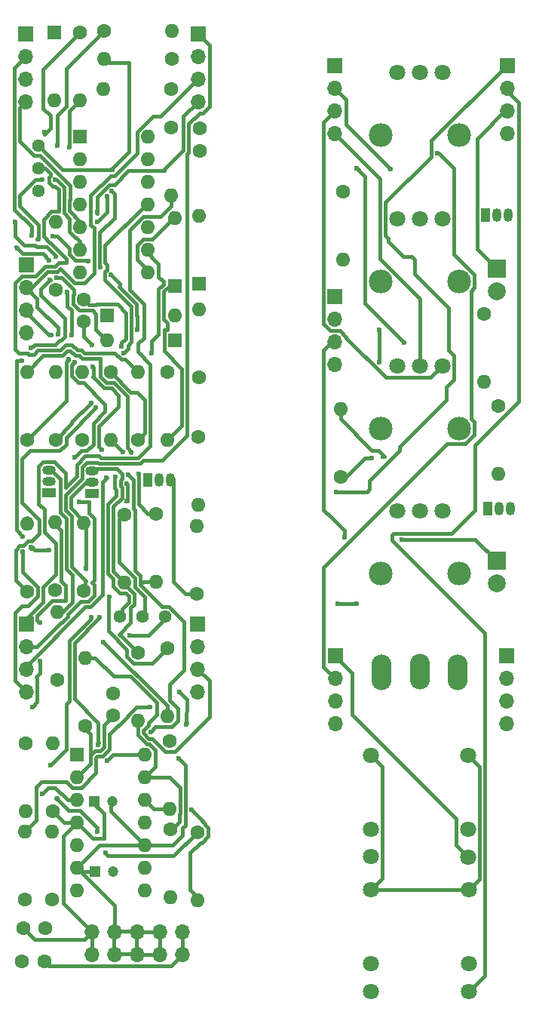
<source format=gbr>
%TF.GenerationSoftware,KiCad,Pcbnew,7.0.11-7.0.11~ubuntu22.04.1*%
%TF.CreationDate,2024-09-22T23:22:13-04:00*%
%TF.ProjectId,ad-vca,61642d76-6361-42e6-9b69-6361645f7063,rev?*%
%TF.SameCoordinates,Original*%
%TF.FileFunction,Copper,L2,Bot*%
%TF.FilePolarity,Positive*%
%FSLAX46Y46*%
G04 Gerber Fmt 4.6, Leading zero omitted, Abs format (unit mm)*
G04 Created by KiCad (PCBNEW 7.0.11-7.0.11~ubuntu22.04.1) date 2024-09-22 23:22:13*
%MOMM*%
%LPD*%
G01*
G04 APERTURE LIST*
%TA.AperFunction,ComponentPad*%
%ADD10C,1.600000*%
%TD*%
%TA.AperFunction,ComponentPad*%
%ADD11C,1.200000*%
%TD*%
%TA.AperFunction,ComponentPad*%
%ADD12R,1.200000X1.200000*%
%TD*%
%TA.AperFunction,ComponentPad*%
%ADD13C,2.667000*%
%TD*%
%TA.AperFunction,ComponentPad*%
%ADD14C,1.803400*%
%TD*%
%TA.AperFunction,ComponentPad*%
%ADD15O,1.600000X1.600000*%
%TD*%
%TA.AperFunction,ComponentPad*%
%ADD16O,1.700000X1.700000*%
%TD*%
%TA.AperFunction,ComponentPad*%
%ADD17R,1.700000X1.700000*%
%TD*%
%TA.AperFunction,ComponentPad*%
%ADD18R,1.600000X1.600000*%
%TD*%
%TA.AperFunction,ComponentPad*%
%ADD19C,1.800000*%
%TD*%
%TA.AperFunction,ComponentPad*%
%ADD20O,1.050000X1.500000*%
%TD*%
%TA.AperFunction,ComponentPad*%
%ADD21R,1.050000X1.500000*%
%TD*%
%TA.AperFunction,ComponentPad*%
%ADD22R,1.500000X1.050000*%
%TD*%
%TA.AperFunction,ComponentPad*%
%ADD23O,1.500000X1.050000*%
%TD*%
%TA.AperFunction,ComponentPad*%
%ADD24O,2.250000X4.000000*%
%TD*%
%TA.AperFunction,ComponentPad*%
%ADD25C,2.000000*%
%TD*%
%TA.AperFunction,ComponentPad*%
%ADD26R,2.000000X2.000000*%
%TD*%
%TA.AperFunction,ComponentPad*%
%ADD27C,1.440000*%
%TD*%
%TA.AperFunction,ViaPad*%
%ADD28C,0.600000*%
%TD*%
%TA.AperFunction,Conductor*%
%ADD29C,0.400000*%
%TD*%
G04 APERTURE END LIST*
D10*
%TO.P,C2,1*%
%TO.N,/Circuit Panel/Attack 2*%
X102738000Y-71268000D03*
%TO.P,C2,2*%
%TO.N,GND*%
X102738000Y-68768000D03*
%TD*%
%TO.P,C1,1*%
%TO.N,Net-(U1D--)*%
X115760000Y-49560000D03*
%TO.P,C1,2*%
%TO.N,Net-(D1-A)*%
X115760000Y-52060000D03*
%TD*%
%TO.P,C5,1*%
%TO.N,+12V*%
X95950000Y-139261472D03*
%TO.P,C5,2*%
%TO.N,GND*%
X98450000Y-139261472D03*
%TD*%
%TO.P,C4,1*%
%TO.N,-12V*%
X98350000Y-143011472D03*
%TO.P,C4,2*%
%TO.N,GND*%
X95850000Y-143011472D03*
%TD*%
D11*
%TO.P,C7,2*%
%TO.N,GND*%
X105950000Y-125090000D03*
D12*
%TO.P,C7,1*%
%TO.N,+12V*%
X103950000Y-125090000D03*
%TD*%
D11*
%TO.P,C6,2*%
%TO.N,-12V*%
X106020000Y-132981472D03*
D12*
%TO.P,C6,1*%
%TO.N,GND*%
X104020000Y-132981472D03*
%TD*%
D13*
%TO.P,POT4,5*%
%TO.N,N/C*%
X136087637Y-99486557D03*
%TO.P,POT4,4*%
X144876037Y-99486557D03*
D14*
%TO.P,POT4,3,Right*%
%TO.N,/Control Panel/lfo rate 3*%
X137941837Y-92476157D03*
%TO.P,POT4,2,Center*%
%TO.N,/Control Panel/lfo rate 2*%
X140481837Y-92476157D03*
%TO.P,POT4,1,Left*%
%TO.N,/Control Panel/Lfo rate 1*%
X143021837Y-92476157D03*
%TD*%
D10*
%TO.P,R12,1*%
%TO.N,Net-(TRIM2-Center)*%
X99770000Y-111450000D03*
D15*
%TO.P,R12,2*%
%TO.N,Net-(Q2-C)*%
X99770000Y-103830000D03*
%TD*%
D16*
%TO.P,J12,4,Pin_4*%
%TO.N,/Control Panel/Release 2*%
X130958000Y-50160000D03*
%TO.P,J12,3,Pin_3*%
%TO.N,/Control Panel/Release 1*%
X130958000Y-47620000D03*
%TO.P,J12,2,Pin_2*%
%TO.N,/Control Panel/Sustain 2*%
X130958000Y-45080000D03*
D17*
%TO.P,J12,1,Pin_1*%
%TO.N,/Control Panel/Sustain 1*%
X130958000Y-42540000D03*
%TD*%
D10*
%TO.P,R25,1*%
%TO.N,/Circuit Panel/lfo led 1 -*%
X96230000Y-118540000D03*
D15*
%TO.P,R25,2*%
%TO.N,Net-(U2B-+)*%
X96230000Y-126160000D03*
%TD*%
D18*
%TO.P,D4,1,K*%
%TO.N,Net-(D3-A)*%
X112980000Y-73370000D03*
D15*
%TO.P,D4,2,A*%
%TO.N,/Circuit Panel/Release 1*%
X105360000Y-73370000D03*
%TD*%
D19*
%TO.P,J3,3*%
%TO.N,/Control Panel/GND*%
X135000000Y-135014000D03*
%TO.P,J3,2*%
%TO.N,unconnected-(J3-Pad2)*%
X135000000Y-143314000D03*
%TO.P,J3,1*%
%TO.N,/Control Panel/Audio In*%
X135000000Y-146414000D03*
%TD*%
D18*
%TO.P,D5,1,K*%
%TO.N,/Circuit Panel/Sustain 1*%
X99410000Y-38790000D03*
D15*
%TO.P,D5,2,A*%
%TO.N,Net-(D5-A)*%
X99410000Y-46410000D03*
%TD*%
D17*
%TO.P,J10,1,Pin_1*%
%TO.N,/Circuit Panel/Sustain 1*%
X96260000Y-38950000D03*
D16*
%TO.P,J10,2,Pin_2*%
%TO.N,/Circuit Panel/Sustain 2*%
X96260000Y-41490000D03*
%TO.P,J10,3,Pin_3*%
%TO.N,/Circuit Panel/Release 1*%
X96260000Y-44030000D03*
%TO.P,J10,4,Pin_4*%
%TO.N,/Circuit Panel/Attack 2*%
X96260000Y-46570000D03*
%TD*%
D10*
%TO.P,R18,1*%
%TO.N,Net-(Q1-B)*%
X112136000Y-107884000D03*
D15*
%TO.P,R18,2*%
%TO.N,GND*%
X112136000Y-115504000D03*
%TD*%
D19*
%TO.P,J5,3*%
%TO.N,/Control Panel/GND*%
X135000000Y-119894000D03*
%TO.P,J5,2*%
%TO.N,unconnected-(J5-Pad2)*%
X135000000Y-128194000D03*
%TO.P,J5,1*%
%TO.N,/Control Panel/Cv out*%
X135000000Y-131294000D03*
%TD*%
D10*
%TO.P,R13,1*%
%TO.N,GND*%
X112390000Y-118298000D03*
D15*
%TO.P,R13,2*%
%TO.N,Net-(U2D-+)*%
X112390000Y-125918000D03*
%TD*%
D10*
%TO.P,R6,1*%
%TO.N,+12V*%
X99260000Y-126180000D03*
D15*
%TO.P,R6,2*%
%TO.N,Net-(U1C--)*%
X99260000Y-118560000D03*
%TD*%
%TO.P,R26,2*%
%TO.N,Net-(Q3-B)*%
X131846000Y-64284000D03*
D10*
%TO.P,R26,1*%
%TO.N,/Control Panel/led 1 +*%
X131846000Y-56664000D03*
%TD*%
%TO.P,R17,1*%
%TO.N,/Circuit Panel/Audio in*%
X102770000Y-101460000D03*
D15*
%TO.P,R17,2*%
%TO.N,Net-(Q1-B)*%
X102770000Y-93840000D03*
%TD*%
D10*
%TO.P,R24,1*%
%TO.N,/Circuit Panel/lfo led 1 -*%
X112660000Y-41800000D03*
D15*
%TO.P,R24,2*%
%TO.N,GND*%
X105040000Y-41800000D03*
%TD*%
D10*
%TO.P,R3,1*%
%TO.N,Net-(U1B--)*%
X96388000Y-84516000D03*
D15*
%TO.P,R3,2*%
%TO.N,Net-(U2C--)*%
X96388000Y-76896000D03*
%TD*%
D10*
%TO.P,R29,1*%
%TO.N,Net-(U1D--)*%
X112580000Y-45130000D03*
D15*
%TO.P,R29,2*%
%TO.N,/Circuit Panel/lfo switch 1*%
X104960000Y-45130000D03*
%TD*%
D10*
%TO.P,R19,1*%
%TO.N,Net-(U2A--)*%
X102910000Y-116570000D03*
D15*
%TO.P,R19,2*%
%TO.N,/Circuit Panel/lfo pot 2*%
X102910000Y-108950000D03*
%TD*%
D13*
%TO.P,POT1,5*%
%TO.N,N/C*%
X136087637Y-50312157D03*
%TO.P,POT1,4*%
X144876037Y-50312157D03*
D14*
%TO.P,POT1,3,Right*%
%TO.N,unconnected-(POT1A-Right-Pad3)*%
X137941837Y-43301757D03*
%TO.P,POT1,2,Center*%
%TO.N,/Control Panel/Attack 2*%
X140481837Y-43301757D03*
%TO.P,POT1,1,Left*%
%TO.N,/Control Panel/Attack 1*%
X143021837Y-43301757D03*
%TD*%
D20*
%TO.P,Q4,3,C*%
%TO.N,Net-(D6-A)*%
X150642000Y-92224000D03*
%TO.P,Q4,2,B*%
%TO.N,Net-(Q4-B)*%
X149372000Y-92224000D03*
D21*
%TO.P,Q4,1,E*%
%TO.N,Net-(Q4-E)*%
X148102000Y-92224000D03*
%TD*%
D10*
%TO.P,R4,1*%
%TO.N,Net-(U2C--)*%
X110900000Y-92780000D03*
D15*
%TO.P,R4,2*%
%TO.N,Net-(R33-Pad2)*%
X110900000Y-100400000D03*
%TD*%
D22*
%TO.P,Q2,1,E*%
%TO.N,Net-(Q1-E)*%
X98830000Y-90410000D03*
D23*
%TO.P,Q2,2,B*%
%TO.N,Net-(Q2-B)*%
X98830000Y-89140000D03*
%TO.P,Q2,3,C*%
%TO.N,Net-(Q2-C)*%
X98830000Y-87870000D03*
%TD*%
D15*
%TO.P,R31,2*%
%TO.N,/Control Panel/GND*%
X131592000Y-81048000D03*
D10*
%TO.P,R31,1*%
%TO.N,Net-(Q4-E)*%
X131592000Y-88668000D03*
%TD*%
D17*
%TO.P,J11,1,Pin_1*%
%TO.N,GND*%
X115575000Y-105165000D03*
D16*
%TO.P,J11,2,Pin_2*%
%TO.N,/Circuit Panel/lfo pot 1*%
X115575000Y-107705000D03*
%TO.P,J11,3,Pin_3*%
%TO.N,/Circuit Panel/lfo pot 2*%
X115575000Y-110245000D03*
%TO.P,J11,4,Pin_4*%
%TO.N,GND*%
X115575000Y-112785000D03*
%TD*%
D10*
%TO.P,R14,1*%
%TO.N,Net-(Q5-C)*%
X115490000Y-101821472D03*
D15*
%TO.P,R14,2*%
%TO.N,Net-(Q1-E)*%
X115490000Y-94201472D03*
%TD*%
D16*
%TO.P,J14,4,Pin_4*%
%TO.N,/Control Panel/led 2 +*%
X130988000Y-76070000D03*
%TO.P,J14,3,Pin_3*%
%TO.N,/Control Panel/led 2 -*%
X130988000Y-73530000D03*
%TO.P,J14,2,Pin_2*%
%TO.N,/Control Panel/lfo switch 2*%
X130988000Y-70990000D03*
D17*
%TO.P,J14,1,Pin_1*%
%TO.N,/Control Panel/lfo switch 1*%
X130988000Y-68450000D03*
%TD*%
D15*
%TO.P,R27,2*%
%TO.N,/Control Panel/GND*%
X147680000Y-78010000D03*
D10*
%TO.P,R27,1*%
%TO.N,Net-(Q3-E)*%
X147680000Y-70390000D03*
%TD*%
D15*
%TO.P,R30,2*%
%TO.N,Net-(Q4-B)*%
X149360000Y-88310000D03*
D10*
%TO.P,R30,1*%
%TO.N,/Control Panel/led 2 +*%
X149360000Y-80690000D03*
%TD*%
%TO.P,R22,1*%
%TO.N,Net-(U2B-+)*%
X99182000Y-136078000D03*
D15*
%TO.P,R22,2*%
%TO.N,Net-(C3-Pad1)*%
X99182000Y-128458000D03*
%TD*%
D10*
%TO.P,R8,1*%
%TO.N,/Circuit Panel/Sustain 2*%
X112136000Y-76896000D03*
D15*
%TO.P,R8,2*%
%TO.N,Net-(D2-K)*%
X112136000Y-84516000D03*
%TD*%
D16*
%TO.P,J8,4,Pin_4*%
%TO.N,/Control Panel/Cv out*%
X130998000Y-116370000D03*
%TO.P,J8,3,Pin_3*%
%TO.N,/Control Panel/Attack 2*%
X130998000Y-113830000D03*
%TO.P,J8,2,Pin_2*%
%TO.N,/Control Panel/Attack 1*%
X130998000Y-111290000D03*
D17*
%TO.P,J8,1,Pin_1*%
%TO.N,/Control Panel/Gate In*%
X130998000Y-108750000D03*
%TD*%
D19*
%TO.P,J6,3*%
%TO.N,/Control Panel/GND*%
X145900000Y-119910000D03*
%TO.P,J6,2*%
%TO.N,unconnected-(J6-Pad2)*%
X145900000Y-128210000D03*
%TO.P,J6,1*%
%TO.N,/Control Panel/Gate In*%
X145900000Y-131310000D03*
%TD*%
D18*
%TO.P,U2,1*%
%TO.N,Net-(C3-Pad1)*%
X101976000Y-119822000D03*
D15*
%TO.P,U2,2,-*%
%TO.N,Net-(U2A--)*%
X101976000Y-122362000D03*
%TO.P,U2,3,+*%
%TO.N,Net-(U2A-+)*%
X101976000Y-124902000D03*
%TO.P,U2,4,V+*%
%TO.N,+12V*%
X101976000Y-127442000D03*
%TO.P,U2,5,+*%
%TO.N,Net-(U2B-+)*%
X101976000Y-129982000D03*
%TO.P,U2,6,-*%
%TO.N,GND*%
X101976000Y-132522000D03*
%TO.P,U2,7*%
%TO.N,Net-(R23-Pad2)*%
X101976000Y-135062000D03*
%TO.P,U2,8*%
%TO.N,Net-(R33-Pad2)*%
X109596000Y-135062000D03*
%TO.P,U2,9,-*%
%TO.N,Net-(U2C--)*%
X109596000Y-132522000D03*
%TO.P,U2,10,+*%
%TO.N,GND*%
X109596000Y-129982000D03*
%TO.P,U2,11,V-*%
%TO.N,-12V*%
X109596000Y-127442000D03*
%TO.P,U2,12,+*%
%TO.N,Net-(U2D-+)*%
X109596000Y-124902000D03*
%TO.P,U2,13,-*%
%TO.N,Net-(U2D--)*%
X109596000Y-122362000D03*
%TO.P,U2,14*%
%TO.N,/Circuit Panel/adsr led 2 -*%
X109596000Y-119822000D03*
%TD*%
D18*
%TO.P,D3,1,K*%
%TO.N,/Circuit Panel/Attack 1*%
X105340000Y-70510000D03*
D15*
%TO.P,D3,2,A*%
%TO.N,Net-(D3-A)*%
X112960000Y-70510000D03*
%TD*%
D10*
%TO.P,R21,1*%
%TO.N,GND*%
X99520000Y-101370000D03*
D15*
%TO.P,R21,2*%
%TO.N,Net-(U2A-+)*%
X99520000Y-93750000D03*
%TD*%
D17*
%TO.P,J2,1,Pin_1*%
%TO.N,/Circuit Panel/Gate In*%
X96290000Y-105170000D03*
D16*
%TO.P,J2,2,Pin_2*%
%TO.N,/Circuit Panel/Attack 1*%
X96290000Y-107710000D03*
%TO.P,J2,3,Pin_3*%
%TO.N,/Circuit Panel/Attack 2*%
X96290000Y-110250000D03*
%TO.P,J2,4,Pin_4*%
%TO.N,/Circuit Panel/CV out*%
X96290000Y-112790000D03*
%TD*%
D18*
%TO.P,U1,1*%
%TO.N,Net-(D3-A)*%
X102350000Y-50460000D03*
D15*
%TO.P,U1,2,-*%
X102350000Y-53000000D03*
%TO.P,U1,3,+*%
%TO.N,Net-(D2-K)*%
X102350000Y-55540000D03*
%TO.P,U1,4,V+*%
%TO.N,+12V*%
X102350000Y-58080000D03*
%TO.P,U1,5,+*%
%TO.N,/Circuit Panel/Attack 2*%
X102350000Y-60620000D03*
%TO.P,U1,6,-*%
%TO.N,Net-(U1B--)*%
X102350000Y-63160000D03*
%TO.P,U1,7*%
X102350000Y-65700000D03*
%TO.P,U1,8*%
%TO.N,Net-(D2-A)*%
X109970000Y-65700000D03*
%TO.P,U1,9,-*%
%TO.N,Net-(U1C--)*%
X109970000Y-63160000D03*
%TO.P,U1,10,+*%
%TO.N,Net-(D1-K)*%
X109970000Y-60620000D03*
%TO.P,U1,11,V-*%
%TO.N,-12V*%
X109970000Y-58080000D03*
%TO.P,U1,12,+*%
%TO.N,GND*%
X109970000Y-55540000D03*
%TO.P,U1,13,-*%
%TO.N,Net-(U1D--)*%
X109970000Y-53000000D03*
%TO.P,U1,14*%
%TO.N,Net-(D5-A)*%
X109970000Y-50460000D03*
%TD*%
D10*
%TO.P,R15,1*%
%TO.N,/Circuit Panel/adsr led 2 -*%
X105010000Y-38650000D03*
D15*
%TO.P,R15,2*%
%TO.N,/Circuit Panel/Audio out*%
X112630000Y-38650000D03*
%TD*%
D24*
%TO.P,SW1,3,C*%
%TO.N,unconnected-(SW1-C-Pad3)*%
X144732000Y-110602000D03*
%TO.P,SW1,2,B*%
%TO.N,/Control Panel/lfo switch 2*%
X140482000Y-110512000D03*
%TO.P,SW1,1,A*%
%TO.N,/Control Panel/lfo switch 1*%
X136232000Y-110602000D03*
%TD*%
D10*
%TO.P,R32,1*%
%TO.N,-12V*%
X99580000Y-84500000D03*
D15*
%TO.P,R32,2*%
%TO.N,Net-(Q5-C)*%
X99580000Y-76880000D03*
%TD*%
D18*
%TO.P,D2,1,K*%
%TO.N,Net-(D2-K)*%
X113030000Y-67240000D03*
D15*
%TO.P,D2,2,A*%
%TO.N,Net-(D2-A)*%
X113030000Y-59620000D03*
%TD*%
D25*
%TO.P,D7,2,A*%
%TO.N,Net-(D7-A)*%
X149118000Y-67840000D03*
D26*
%TO.P,D7,1,K*%
%TO.N,/Control Panel/led 1 -*%
X149118000Y-65300000D03*
%TD*%
D22*
%TO.P,Q1,1,E*%
%TO.N,Net-(Q1-E)*%
X103700000Y-90500000D03*
D23*
%TO.P,Q1,2,B*%
%TO.N,Net-(Q1-B)*%
X103700000Y-89230000D03*
%TO.P,Q1,3,C*%
%TO.N,Net-(Q1-C)*%
X103700000Y-87960000D03*
%TD*%
D10*
%TO.P,R5,1*%
%TO.N,/Circuit Panel/CV out*%
X102370000Y-38760000D03*
D15*
%TO.P,R5,2*%
%TO.N,Net-(U1B--)*%
X102370000Y-46380000D03*
%TD*%
D16*
%TO.P,J9,4,Pin_4*%
%TO.N,/Control Panel/led 1 +*%
X150298000Y-50180000D03*
%TO.P,J9,3,Pin_3*%
%TO.N,/Control Panel/led 1 -*%
X150298000Y-47640000D03*
%TO.P,J9,2,Pin_2*%
%TO.N,/Control Panel/Audio Out*%
X150298000Y-45100000D03*
D17*
%TO.P,J9,1,Pin_1*%
%TO.N,/Control Panel/Audio In*%
X150298000Y-42560000D03*
%TD*%
%TO.P,J13,1,Pin_1*%
%TO.N,/Control Panel/GND*%
X150273000Y-108755000D03*
D16*
%TO.P,J13,2,Pin_2*%
%TO.N,/Control Panel/Lfo rate 1*%
X150273000Y-111295000D03*
%TO.P,J13,3,Pin_3*%
%TO.N,/Control Panel/lfo rate 2*%
X150273000Y-113835000D03*
%TO.P,J13,4,Pin_4*%
%TO.N,/Control Panel/lfo rate 3*%
X150273000Y-116375000D03*
%TD*%
D10*
%TO.P,R35,1*%
%TO.N,Net-(Q2-B)*%
X102620000Y-84520000D03*
D15*
%TO.P,R35,2*%
%TO.N,GND*%
X102620000Y-76900000D03*
%TD*%
D10*
%TO.P,R16,1*%
%TO.N,Net-(U2D--)*%
X112480000Y-128190000D03*
D15*
%TO.P,R16,2*%
%TO.N,/Circuit Panel/adsr led 2 -*%
X112480000Y-135810000D03*
%TD*%
D10*
%TO.P,R2,1*%
%TO.N,GND*%
X115670000Y-77480000D03*
D15*
%TO.P,R2,2*%
%TO.N,Net-(D1-K)*%
X115670000Y-69860000D03*
%TD*%
D10*
%TO.P,R9,1*%
%TO.N,Net-(TRIM2-Center)*%
X107290000Y-92860000D03*
D15*
%TO.P,R9,2*%
%TO.N,Net-(Q1-C)*%
X107290000Y-100480000D03*
%TD*%
D19*
%TO.P,J4,3*%
%TO.N,/Control Panel/GND*%
X146000000Y-135014000D03*
%TO.P,J4,2*%
%TO.N,unconnected-(J4-Pad2)*%
X146000000Y-143314000D03*
%TO.P,J4,1*%
%TO.N,/Control Panel/Audio Out*%
X146000000Y-146414000D03*
%TD*%
D20*
%TO.P,Q3,3,C*%
%TO.N,Net-(D7-A)*%
X150388000Y-59310000D03*
%TO.P,Q3,2,B*%
%TO.N,Net-(Q3-B)*%
X149118000Y-59310000D03*
D21*
%TO.P,Q3,1,E*%
%TO.N,Net-(Q3-E)*%
X147848000Y-59310000D03*
%TD*%
D17*
%TO.P,J15,1,Pin_1*%
%TO.N,/Circuit Panel/lfo switch 1*%
X96290000Y-64860000D03*
D16*
%TO.P,J15,2,Pin_2*%
%TO.N,/Circuit Panel/lfo led 1 -*%
X96290000Y-67400000D03*
%TO.P,J15,3,Pin_3*%
%TO.N,/Circuit Panel/adsr led 2 -*%
X96290000Y-69940000D03*
%TO.P,J15,4,Pin_4*%
%TO.N,+12V*%
X96290000Y-72480000D03*
%TD*%
D10*
%TO.P,R23,1*%
%TO.N,/Circuit Panel/lfo led 1 -*%
X115650000Y-84220000D03*
D15*
%TO.P,R23,2*%
%TO.N,Net-(R23-Pad2)*%
X115650000Y-91840000D03*
%TD*%
D10*
%TO.P,R11,1*%
%TO.N,Net-(Q1-C)*%
X108834000Y-108392000D03*
D15*
%TO.P,R11,2*%
%TO.N,Net-(U2D--)*%
X108834000Y-116012000D03*
%TD*%
D10*
%TO.P,R1,1*%
%TO.N,GND*%
X99640000Y-67710000D03*
D15*
%TO.P,R1,2*%
%TO.N,Net-(D1-A)*%
X99640000Y-60090000D03*
%TD*%
D10*
%TO.P,R7,1*%
%TO.N,Net-(U1C--)*%
X96388000Y-101534000D03*
D15*
%TO.P,R7,2*%
%TO.N,GND*%
X96388000Y-93914000D03*
%TD*%
D13*
%TO.P,POT2,5*%
%TO.N,N/C*%
X136087637Y-66720557D03*
%TO.P,POT2,4*%
X144876037Y-66720557D03*
D14*
%TO.P,POT2,3,Right*%
%TO.N,unconnected-(POT2A-Right-Pad3)*%
X137941837Y-59710157D03*
%TO.P,POT2,2,Center*%
%TO.N,/Control Panel/Sustain 2*%
X140481837Y-59710157D03*
%TO.P,POT2,1,Left*%
%TO.N,/Control Panel/Sustain 1*%
X143021837Y-59710157D03*
%TD*%
D15*
%TO.P,R20,2*%
%TO.N,/Circuit Panel/lfo pot 1*%
X96134000Y-128458000D03*
D10*
%TO.P,R20,1*%
%TO.N,Net-(U2B-+)*%
X96134000Y-136078000D03*
%TD*%
D13*
%TO.P,POT3,5*%
%TO.N,N/C*%
X136087637Y-83230557D03*
%TO.P,POT3,4*%
X144876037Y-83230557D03*
D14*
%TO.P,POT3,3,Right*%
%TO.N,unconnected-(POT3A-Right-Pad3)*%
X137941837Y-76220157D03*
%TO.P,POT3,2,Center*%
%TO.N,/Control Panel/Release 2*%
X140481837Y-76220157D03*
%TO.P,POT3,1,Left*%
%TO.N,/Control Panel/Release 1*%
X143021837Y-76220157D03*
%TD*%
D10*
%TO.P,C3,1*%
%TO.N,Net-(C3-Pad1)*%
X106040000Y-112964000D03*
%TO.P,C3,2*%
%TO.N,Net-(U2A--)*%
X106040000Y-115464000D03*
%TD*%
D18*
%TO.P,D1,1,K*%
%TO.N,Net-(D1-K)*%
X115670000Y-67030000D03*
D15*
%TO.P,D1,2,A*%
%TO.N,Net-(D1-A)*%
X115670000Y-59410000D03*
%TD*%
D10*
%TO.P,R34,1*%
%TO.N,Net-(Q5-B)*%
X108834000Y-84516000D03*
D15*
%TO.P,R34,2*%
%TO.N,Net-(TRIM1-Center)*%
X108834000Y-76896000D03*
%TD*%
D21*
%TO.P,Q5,1,E*%
%TO.N,GND*%
X109940000Y-88980000D03*
D20*
%TO.P,Q5,2,B*%
%TO.N,Net-(Q5-B)*%
X111210000Y-88980000D03*
%TO.P,Q5,3,C*%
%TO.N,Net-(Q5-C)*%
X112480000Y-88980000D03*
%TD*%
D10*
%TO.P,R28,1*%
%TO.N,Net-(U1D--)*%
X112600000Y-49480000D03*
D15*
%TO.P,R28,2*%
%TO.N,/Circuit Panel/Gate In*%
X112600000Y-57100000D03*
%TD*%
D10*
%TO.P,R33,1*%
%TO.N,Net-(Q5-B)*%
X105786000Y-76896000D03*
D15*
%TO.P,R33,2*%
%TO.N,Net-(R33-Pad2)*%
X105786000Y-84516000D03*
%TD*%
D25*
%TO.P,D6,2,A*%
%TO.N,Net-(D6-A)*%
X149118000Y-100606000D03*
D26*
%TO.P,D6,1,K*%
%TO.N,/Control Panel/led 2 -*%
X149118000Y-98066000D03*
%TD*%
D10*
%TO.P,R10,1*%
%TO.N,Net-(Q2-C)*%
X115530000Y-128510000D03*
D15*
%TO.P,R10,2*%
%TO.N,Net-(U2D-+)*%
X115530000Y-136130000D03*
%TD*%
D17*
%TO.P,J7,1,Pin_1*%
%TO.N,/Circuit Panel/Audio in*%
X115600000Y-38970000D03*
D16*
%TO.P,J7,2,Pin_2*%
%TO.N,/Circuit Panel/Audio out*%
X115600000Y-41510000D03*
%TO.P,J7,3,Pin_3*%
%TO.N,/Circuit Panel/lfo led 1 -*%
X115600000Y-44050000D03*
%TO.P,J7,4,Pin_4*%
%TO.N,+12V*%
X115600000Y-46590000D03*
%TD*%
%TO.P,J1,1,+12V*%
%TO.N,+12V*%
X103660000Y-139701472D03*
%TO.P,J1,2,+12V*%
X103660000Y-142241472D03*
%TO.P,J1,3,GND*%
%TO.N,GND*%
X106200000Y-139701472D03*
%TO.P,J1,4,GND*%
X106200000Y-142241472D03*
%TO.P,J1,5,GND*%
X108740000Y-139701472D03*
%TO.P,J1,6,GND*%
X108740000Y-142241472D03*
%TO.P,J1,7,GND*%
X111280000Y-139701472D03*
%TO.P,J1,8,GND*%
X111280000Y-142241472D03*
%TO.P,J1,9,-12V*%
%TO.N,-12V*%
X113820000Y-139701472D03*
%TO.P,J1,10,-12V*%
X113820000Y-142241472D03*
%TD*%
D27*
%TO.P,TRIM2,1,Left*%
%TO.N,+12V*%
X111870000Y-104340000D03*
%TO.P,TRIM2,2,Center*%
%TO.N,Net-(TRIM2-Center)*%
X109330000Y-104340000D03*
%TO.P,TRIM2,3,Right*%
%TO.N,-12V*%
X106790000Y-104340000D03*
%TD*%
%TO.P,TRIM1,1,Left*%
%TO.N,+12V*%
X97658000Y-56576000D03*
%TO.P,TRIM1,2,Center*%
%TO.N,Net-(TRIM1-Center)*%
X97658000Y-54036000D03*
%TO.P,TRIM1,3,Right*%
%TO.N,GND*%
X97658000Y-51496000D03*
%TD*%
D28*
%TO.N,Net-(D1-A)*%
X105400000Y-57210000D03*
X104250000Y-60070000D03*
%TO.N,/Circuit Panel/Attack 1*%
X101754040Y-75830765D03*
X101700000Y-86490000D03*
X102230000Y-91470000D03*
%TO.N,/Circuit Panel/Release 1*%
X95080000Y-60070000D03*
X99734092Y-66330000D03*
X99630207Y-63975743D03*
%TO.N,Net-(Q1-E)*%
X107605517Y-89454759D03*
X107620000Y-91418858D03*
%TO.N,Net-(Q1-B)*%
X103040000Y-98950000D03*
X105620000Y-102150523D03*
%TO.N,GND*%
X104640000Y-65160000D03*
X105920000Y-56590000D03*
X105960000Y-54180000D03*
X96800000Y-96540000D03*
X107020000Y-73990000D03*
X113420000Y-120230000D03*
X104970000Y-107170000D03*
X98890000Y-96840000D03*
%TO.N,Net-(Q2-C)*%
X99770000Y-124740000D03*
X105170000Y-130840000D03*
X104300000Y-128441472D03*
%TO.N,/Control Panel/led 2 -*%
X138450000Y-95680000D03*
X132046000Y-95450000D03*
%TO.N,Net-(U1B--)*%
X99550025Y-55329975D03*
X101150000Y-51710000D03*
X101040000Y-75470000D03*
X100925025Y-67924975D03*
X101420000Y-72790000D03*
%TO.N,/Circuit Panel/CV out*%
X95810000Y-75650000D03*
X95882874Y-97080000D03*
X98370000Y-49960000D03*
X98860000Y-64330000D03*
X98960000Y-66530000D03*
X95262000Y-63012000D03*
X95930000Y-95330000D03*
X96854737Y-74225312D03*
%TO.N,Net-(U1C--)*%
X110391176Y-74759655D03*
X104129975Y-80910025D03*
%TO.N,+12V*%
X98990000Y-121050000D03*
X104250000Y-58968137D03*
X103570851Y-104420850D03*
X107891950Y-106460000D03*
%TO.N,/Circuit Panel/Sustain 2*%
X103220000Y-64420000D03*
X99270000Y-61680000D03*
X108790000Y-72120000D03*
X105830000Y-66011182D03*
X96910000Y-61550000D03*
%TO.N,Net-(U2D-+)*%
X114890000Y-126047395D03*
%TO.N,Net-(U2C--)*%
X108914998Y-88320000D03*
X108124975Y-85865025D03*
%TO.N,/Circuit Panel/lfo pot 1*%
X110230000Y-114450000D03*
%TO.N,Net-(U2A-+)*%
X97800000Y-105020000D03*
X96960000Y-114510000D03*
X98130000Y-124190000D03*
X97850000Y-109350000D03*
%TO.N,Net-(R23-Pad2)*%
X114300000Y-116460000D03*
X113500000Y-112830000D03*
%TO.N,/Circuit Panel/Attack 2*%
X103690000Y-73880000D03*
X104790000Y-85640000D03*
X103773438Y-76300345D03*
X105300000Y-88790000D03*
%TO.N,-12V*%
X103564288Y-80344338D03*
X106307368Y-88659265D03*
X107251711Y-74755711D03*
%TO.N,Net-(R33-Pad2)*%
X110285743Y-117247265D03*
X107130000Y-85860000D03*
X107780000Y-88454579D03*
%TO.N,/Control Panel/Audio In*%
X131092000Y-90330000D03*
%TO.N,/Control Panel/Attack 1*%
X142500000Y-52310000D03*
%TO.N,/Control Panel/Attack 2*%
X138740000Y-73580000D03*
X133360000Y-54060000D03*
%TO.N,/Control Panel/Sustain 2*%
X137180000Y-54160000D03*
%TO.N,/Circuit Panel/lfo led 1 -*%
X99904904Y-72669824D03*
%TO.N,Net-(Q4-E)*%
X135086359Y-86533412D03*
%TO.N,/Circuit Panel/adsr led 2 -*%
X104320000Y-118720000D03*
X105399143Y-120469286D03*
X97654480Y-62017858D03*
X99110000Y-72760000D03*
X98110000Y-55320000D03*
X99810000Y-51510000D03*
X104560801Y-104420850D03*
%TO.N,/Control Panel/GND*%
X136380000Y-86350000D03*
%TO.N,/Control Panel/lfo switch 1*%
X131300000Y-102880000D03*
X133410000Y-102880000D03*
%TO.N,/Control Panel/lfo switch 2*%
X135920000Y-72130000D03*
X135940137Y-75801642D03*
%TD*%
D29*
%TO.N,GND*%
X97290000Y-96840000D02*
X96990000Y-96540000D01*
X96990000Y-96540000D02*
X96800000Y-96540000D01*
X98890000Y-96840000D02*
X97290000Y-96840000D01*
%TO.N,Net-(U2A-+)*%
X98130000Y-124190000D02*
X98800000Y-123520000D01*
X100932000Y-124902000D02*
X101976000Y-124902000D01*
X98800000Y-123520000D02*
X99550000Y-123520000D01*
X99550000Y-123520000D02*
X100932000Y-124902000D01*
%TO.N,/Control Panel/Attack 1*%
X142600000Y-52310000D02*
X144340000Y-54050000D01*
%TO.N,/Circuit Panel/Sustain 2*%
X96870000Y-60560000D02*
X94980000Y-58670000D01*
X94980000Y-58670000D02*
X94980000Y-42770000D01*
X94980000Y-42770000D02*
X96260000Y-41490000D01*
%TO.N,Net-(R33-Pad2)*%
X110900000Y-100400000D02*
X109458415Y-100400000D01*
X109458415Y-100400000D02*
X109090000Y-100768415D01*
%TO.N,/Circuit Panel/lfo pot 2*%
X110416943Y-118022000D02*
X111892943Y-119498000D01*
X107991472Y-111040000D02*
X110930000Y-113978528D01*
X116900000Y-115560000D02*
X116900000Y-111570000D01*
X109434000Y-117385472D02*
X110070528Y-118022000D01*
X110034000Y-116509057D02*
X109434000Y-117109057D01*
X110034000Y-116246000D02*
X110034000Y-116509057D01*
X110930000Y-113978528D02*
X110930000Y-115350000D01*
X110070528Y-118022000D02*
X110416943Y-118022000D01*
X110930000Y-115350000D02*
X110034000Y-116246000D01*
X106131370Y-111040000D02*
X107991472Y-111040000D01*
X111892943Y-119498000D02*
X112962000Y-119498000D01*
X104041370Y-108950000D02*
X106131370Y-111040000D01*
X109434000Y-117109057D02*
X109434000Y-117385472D01*
X112962000Y-119498000D02*
X116900000Y-115560000D01*
X102910000Y-108950000D02*
X104041370Y-108950000D01*
X116900000Y-111570000D02*
X115575000Y-110245000D01*
%TO.N,Net-(Q5-C)*%
X112840000Y-100471472D02*
X112840000Y-88950000D01*
X115490000Y-101821472D02*
X114190000Y-101821472D01*
X114190000Y-101821472D02*
X112840000Y-100471472D01*
%TO.N,/Control Panel/led 2 -*%
X132046000Y-95450000D02*
X132046000Y-94696000D01*
X129678000Y-74462000D02*
X130800000Y-73340000D01*
X132046000Y-94696000D02*
X130185000Y-92835000D01*
X130185000Y-92835000D02*
X130113000Y-92835000D01*
X130113000Y-92835000D02*
X129678000Y-92400000D01*
X129678000Y-92400000D02*
X129678000Y-74462000D01*
%TO.N,/Control Panel/GND*%
X145900000Y-119910000D02*
X147200000Y-121210000D01*
X147200000Y-133814000D02*
X146000000Y-135014000D01*
X147200000Y-121210000D02*
X147200000Y-133814000D01*
X135000000Y-135014000D02*
X136300000Y-133714000D01*
X136300000Y-133714000D02*
X136300000Y-121194000D01*
X136300000Y-121194000D02*
X135000000Y-119894000D01*
X146000000Y-135014000D02*
X135000000Y-135014000D01*
%TO.N,+12V*%
X95950000Y-139261472D02*
X97240000Y-140551472D01*
X97240000Y-140551472D02*
X102810000Y-140551472D01*
X102810000Y-140551472D02*
X103660000Y-139701472D01*
%TO.N,-12V*%
X113820000Y-142241472D02*
X113820000Y-139701472D01*
X98350000Y-143011472D02*
X98830000Y-143491472D01*
X112570000Y-143491472D02*
X113820000Y-142241472D01*
X98830000Y-143491472D02*
X112570000Y-143491472D01*
%TO.N,GND*%
X104020000Y-132981472D02*
X102435472Y-132981472D01*
X102435472Y-132981472D02*
X101976000Y-132522000D01*
%TO.N,+12V*%
X103807401Y-125251472D02*
X105000000Y-126444071D01*
X105000000Y-126444071D02*
X105000000Y-129202000D01*
X105000000Y-129202000D02*
X103736000Y-129202000D01*
X103736000Y-129202000D02*
X101976000Y-127442000D01*
%TO.N,GND*%
X105807401Y-125251472D02*
X105807401Y-126193401D01*
X105807401Y-126193401D02*
X109596000Y-129982000D01*
%TO.N,Net-(Q2-C)*%
X104300000Y-128441472D02*
X104300000Y-128068943D01*
X104300000Y-128068943D02*
X102341057Y-126110000D01*
X102341057Y-126110000D02*
X101030000Y-126110000D01*
X101030000Y-126110000D02*
X99770000Y-124850000D01*
X99770000Y-124850000D02*
X99770000Y-124740000D01*
%TO.N,+12V*%
X103660000Y-139701472D02*
X103660000Y-142241472D01*
X101976000Y-127442000D02*
X100440000Y-128978000D01*
X100440000Y-128978000D02*
X100440000Y-136481472D01*
X100440000Y-136481472D02*
X103660000Y-139701472D01*
%TO.N,GND*%
X111280000Y-142241472D02*
X108740000Y-142241472D01*
X111280000Y-142241472D02*
X111280000Y-139701472D01*
X111280000Y-139701472D02*
X108740000Y-139701472D01*
X106200000Y-139701472D02*
X106200000Y-136746000D01*
X106200000Y-136746000D02*
X101976000Y-132522000D01*
%TO.N,Net-(D1-A)*%
X105400000Y-58920000D02*
X105400000Y-57210000D01*
X104250000Y-60070000D02*
X105400000Y-58920000D01*
%TO.N,Net-(D2-K)*%
X111780000Y-72170000D02*
X112180000Y-72170000D01*
X111760000Y-67874000D02*
X112390000Y-67244000D01*
X113752000Y-82900000D02*
X113752000Y-76542000D01*
X112180000Y-71427057D02*
X111760000Y-71007057D01*
X111760000Y-71007057D02*
X111760000Y-67874000D01*
X111780000Y-74570000D02*
X111780000Y-72170000D01*
X112136000Y-84516000D02*
X113752000Y-82900000D01*
X113752000Y-76542000D02*
X111780000Y-74570000D01*
X112180000Y-72170000D02*
X112180000Y-71427057D01*
%TO.N,Net-(D2-A)*%
X109472943Y-61960000D02*
X110467057Y-61960000D01*
X109596000Y-65124000D02*
X108770000Y-64298000D01*
X112390000Y-60037057D02*
X112390000Y-59624000D01*
X108770000Y-64298000D02*
X108770000Y-62662943D01*
X110467057Y-61960000D02*
X112390000Y-60037057D01*
X108770000Y-62662943D02*
X109472943Y-61960000D01*
X109596000Y-65720000D02*
X109596000Y-65124000D01*
%TO.N,/Circuit Panel/Attack 1*%
X103370000Y-91425000D02*
X102230000Y-91470000D01*
X101380000Y-76120000D02*
X101380000Y-77357057D01*
X103970000Y-100229999D02*
X103970000Y-93342943D01*
X105130000Y-80510000D02*
X105130000Y-81330000D01*
X103820000Y-85017057D02*
X103117057Y-85720000D01*
X101730000Y-75770000D02*
X101520000Y-75980000D01*
X103970000Y-93342943D02*
X103370000Y-92742943D01*
X100970000Y-104118528D02*
X102428528Y-102660000D01*
X103117057Y-85720000D02*
X102470000Y-85720000D01*
X101730000Y-75806725D02*
X101730000Y-75770000D01*
X102720000Y-78100000D02*
X105130000Y-80510000D01*
X103370000Y-92742943D02*
X103370000Y-91425000D01*
X103820000Y-82640000D02*
X103820000Y-85017057D01*
X96290000Y-107710000D02*
X97530000Y-107710000D01*
X100970000Y-104327057D02*
X100970000Y-104118528D01*
X103715207Y-100484792D02*
X103970000Y-100229999D01*
X105130000Y-81330000D02*
X103820000Y-82640000D01*
X102195000Y-91425000D02*
X102180000Y-91440000D01*
X102428528Y-102660000D02*
X103267057Y-102660000D01*
X103970000Y-100739585D02*
X103715207Y-100484792D01*
X97530000Y-107710000D02*
X100210000Y-105030000D01*
X100267057Y-105030000D02*
X100970000Y-104327057D01*
X103970000Y-101957057D02*
X103970000Y-100739585D01*
X102470000Y-85720000D02*
X101700000Y-86490000D01*
X101730000Y-75770000D02*
X101380000Y-76120000D01*
X101380000Y-77357057D02*
X102122943Y-78100000D01*
X100210000Y-105030000D02*
X100267057Y-105030000D01*
X103267057Y-102660000D02*
X103970000Y-101957057D01*
X102230000Y-91470000D02*
X102195000Y-91425000D01*
X102122943Y-78100000D02*
X102720000Y-78100000D01*
X101754040Y-75830765D02*
X101730000Y-75806725D01*
%TO.N,Net-(D3-A)*%
X112980000Y-70718000D02*
X113152000Y-70546000D01*
X112960000Y-73350000D02*
X112980000Y-73370000D01*
%TO.N,/Circuit Panel/Release 1*%
X98581522Y-62830000D02*
X97476672Y-62830000D01*
X99630207Y-63834320D02*
X98775887Y-62980000D01*
X104140000Y-70380000D02*
X104140000Y-72150000D01*
X103740000Y-69980000D02*
X104140000Y-70380000D01*
X100320000Y-66330000D02*
X101630000Y-67640000D01*
X99734092Y-66330000D02*
X100320000Y-66330000D01*
X104140000Y-72150000D02*
X105360000Y-73370000D01*
X101630000Y-68178943D02*
X101538000Y-68270943D01*
X102252943Y-69980000D02*
X103740000Y-69980000D01*
X95080000Y-61690000D02*
X95080000Y-60070000D01*
X101538000Y-68270943D02*
X101538000Y-69265057D01*
X101538000Y-69265057D02*
X102252943Y-69980000D01*
X97476672Y-62830000D02*
X97286672Y-62640000D01*
X99630207Y-63975743D02*
X99630207Y-63834320D01*
X97286672Y-62640000D02*
X96030000Y-62640000D01*
X98731522Y-62980000D02*
X98581522Y-62830000D01*
X96030000Y-62640000D02*
X95080000Y-61690000D01*
X101630000Y-67640000D02*
X101630000Y-68178943D01*
X98775887Y-62980000D02*
X98731522Y-62980000D01*
%TO.N,Net-(Q1-E)*%
X98920000Y-90500000D02*
X98830000Y-90410000D01*
X107605517Y-89454759D02*
X107465241Y-89454759D01*
X107630000Y-89479242D02*
X107605517Y-89454759D01*
X107620000Y-91418858D02*
X107630000Y-91408858D01*
X107630000Y-91408858D02*
X107630000Y-89479242D01*
%TO.N,Net-(Q1-B)*%
X105530000Y-105981472D02*
X107576000Y-108027472D01*
X107576000Y-108831057D02*
X108336943Y-109592000D01*
X102010000Y-92845887D02*
X102010000Y-92880000D01*
X103040000Y-93910000D02*
X103040000Y-98950000D01*
X103040000Y-89230000D02*
X101310000Y-90960000D01*
X108336943Y-109592000D02*
X110428000Y-109592000D01*
X101310000Y-92145887D02*
X102010000Y-92845887D01*
X110428000Y-109592000D02*
X112136000Y-107884000D01*
X103700000Y-89230000D02*
X103040000Y-89230000D01*
X103040000Y-98950000D02*
X103040000Y-98961057D01*
X105620000Y-102150523D02*
X105530000Y-102240523D01*
X107576000Y-108027472D02*
X107576000Y-108831057D01*
X105530000Y-102240523D02*
X105530000Y-105981472D01*
X101310000Y-90960000D02*
X101310000Y-92145887D01*
X102010000Y-92880000D02*
X103040000Y-93910000D01*
%TO.N,Net-(Q1-C)*%
X108022000Y-105038000D02*
X106728528Y-106331472D01*
X106857056Y-106460000D02*
X106902000Y-106460000D01*
X107080000Y-88876583D02*
X106865241Y-89091342D01*
X107080000Y-88360000D02*
X107080000Y-88876583D01*
X103700000Y-87960000D02*
X103890000Y-87770000D01*
X108400000Y-101775472D02*
X108400000Y-102948528D01*
X107030000Y-91018908D02*
X106090000Y-91958908D01*
X107290000Y-100665471D02*
X108400000Y-101775472D01*
X106728528Y-106331472D02*
X106857056Y-106460000D01*
X106865241Y-89091342D02*
X106865241Y-89704433D01*
X108400000Y-102948528D02*
X108022000Y-103326528D01*
X107290000Y-100480000D02*
X107290000Y-100665471D01*
X107030000Y-89869192D02*
X107030000Y-91018908D01*
X108022000Y-103326528D02*
X108022000Y-105038000D01*
X106090000Y-91958908D02*
X106090000Y-99280000D01*
X106490000Y-87770000D02*
X107080000Y-88360000D01*
X106090000Y-99280000D02*
X107290000Y-100480000D01*
X106865241Y-89704433D02*
X107030000Y-89869192D01*
X106902000Y-106460000D02*
X108834000Y-108392000D01*
X103890000Y-87770000D02*
X106490000Y-87770000D01*
%TO.N,GND*%
X96800000Y-96730000D02*
X96960000Y-96570000D01*
X114190000Y-126714464D02*
X114190000Y-121000000D01*
X108700000Y-142210000D02*
X108700000Y-139670000D01*
X109596000Y-129982000D02*
X112708000Y-129982000D01*
X107490000Y-70260000D02*
X106540000Y-69310000D01*
X104970000Y-107170000D02*
X112136000Y-114336000D01*
X108700000Y-139670000D02*
X106160000Y-139670000D01*
X102620000Y-76870000D02*
X102620000Y-76900000D01*
X96388000Y-93262000D02*
X96388000Y-93914000D01*
X104516000Y-129982000D02*
X101976000Y-132522000D01*
X104530000Y-65050000D02*
X104530000Y-61277472D01*
X105960000Y-54180000D02*
X105920000Y-54220000D01*
X107020000Y-73990000D02*
X107020000Y-73635585D01*
X104140000Y-69380000D02*
X103350000Y-69380000D01*
X113844000Y-128846000D02*
X113844000Y-128050415D01*
X107810000Y-42180000D02*
X105630000Y-42180000D01*
X106210000Y-56880000D02*
X105920000Y-56590000D01*
X96800000Y-96540000D02*
X96800000Y-96730000D01*
X104530000Y-61277472D02*
X106210000Y-59597472D01*
X106160000Y-142210000D02*
X106160000Y-139670000D01*
X106000000Y-54220000D02*
X105960000Y-54180000D01*
X114190000Y-121000000D02*
X113420000Y-120230000D01*
X107810000Y-52200000D02*
X107810000Y-42180000D01*
X112708000Y-129982000D02*
X113844000Y-128846000D01*
X102670000Y-68700000D02*
X102670000Y-68460000D01*
X106210000Y-59597472D02*
X106210000Y-56880000D01*
X114140000Y-126764464D02*
X114190000Y-126714464D01*
X105630000Y-42180000D02*
X105130000Y-41680000D01*
X100382000Y-54220000D02*
X97658000Y-51496000D01*
X106160000Y-142210000D02*
X108700000Y-142210000D01*
X103350000Y-69380000D02*
X102738000Y-68768000D01*
X102738000Y-68768000D02*
X102670000Y-68700000D01*
X107490000Y-73165585D02*
X107490000Y-70260000D01*
X105920000Y-54220000D02*
X105790000Y-54220000D01*
X104640000Y-65160000D02*
X104530000Y-65050000D01*
X114140000Y-127754415D02*
X114140000Y-126764464D01*
X109596000Y-129982000D02*
X104516000Y-129982000D01*
X107020000Y-73635585D02*
X107490000Y-73165585D01*
X105790000Y-54220000D02*
X100382000Y-54220000D01*
X105790000Y-54220000D02*
X107810000Y-52200000D01*
X106540000Y-69310000D02*
X104210000Y-69310000D01*
X113844000Y-128050415D02*
X114140000Y-127754415D01*
X112136000Y-114336000D02*
X112136000Y-115504000D01*
X104975000Y-107175000D02*
X104970000Y-107170000D01*
X113420000Y-120230000D02*
X113400000Y-120210000D01*
X104210000Y-69310000D02*
X104140000Y-69380000D01*
%TO.N,Net-(Q2-C)*%
X100110000Y-92642943D02*
X100110000Y-88886852D01*
X99660000Y-124740000D02*
X99860000Y-124940000D01*
X112858000Y-131182000D02*
X105462000Y-131182000D01*
X115530000Y-128510000D02*
X112858000Y-131182000D01*
X101510000Y-102730000D02*
X101510000Y-99668528D01*
X100810000Y-98968528D02*
X100810000Y-93342943D01*
X105462000Y-131182000D02*
X105170000Y-130890000D01*
X105170000Y-130840000D02*
X105120000Y-130840000D01*
X99770000Y-124740000D02*
X99660000Y-124740000D01*
X101510000Y-99668528D02*
X100810000Y-98968528D01*
X100810000Y-93342943D02*
X100110000Y-92642943D01*
X99770000Y-103830000D02*
X100410000Y-103830000D01*
X100110000Y-88886852D02*
X99093148Y-87870000D01*
X105170000Y-130890000D02*
X105170000Y-130840000D01*
X100410000Y-103830000D02*
X101510000Y-102730000D01*
X99093148Y-87870000D02*
X98830000Y-87870000D01*
X105120000Y-130840000D02*
X105100000Y-130820000D01*
%TO.N,/Control Panel/led 2 -*%
X146732000Y-95680000D02*
X149118000Y-98066000D01*
X138450000Y-95680000D02*
X146732000Y-95680000D01*
%TO.N,Net-(U1B--)*%
X101150000Y-47600000D02*
X102370000Y-46380000D01*
X101420000Y-69995585D02*
X101420000Y-72790000D01*
X101150000Y-51710000D02*
X101150000Y-47600000D01*
X100925025Y-67924975D02*
X100925025Y-69500610D01*
X100550000Y-56188528D02*
X100550000Y-59070000D01*
X99691447Y-55329975D02*
X100550000Y-56188528D01*
X100550000Y-59070000D02*
X101150000Y-59670000D01*
X101150000Y-61117057D02*
X101852943Y-61820000D01*
X101040000Y-75470000D02*
X101090000Y-75470000D01*
X99550025Y-55329975D02*
X99691447Y-55329975D01*
X96388000Y-84516000D02*
X100780000Y-80124000D01*
X101040000Y-75520000D02*
X101040000Y-75470000D01*
X101852943Y-61820000D02*
X101940000Y-61820000D01*
X100780000Y-80124000D02*
X100780000Y-75780000D01*
X102350000Y-62230000D02*
X102350000Y-63160000D01*
X100925025Y-69500610D02*
X101420000Y-69995585D01*
X101090000Y-75470000D02*
X100890000Y-75670000D01*
X100780000Y-75780000D02*
X101040000Y-75520000D01*
X101150000Y-59670000D02*
X101150000Y-61117057D01*
X101940000Y-61820000D02*
X102350000Y-62230000D01*
%TO.N,Net-(Q5-B)*%
X108834000Y-84516000D02*
X109080000Y-84762000D01*
X109633999Y-80013999D02*
X108770000Y-79150000D01*
X108770000Y-79150000D02*
X108040000Y-79150000D01*
X108834000Y-84516000D02*
X109633999Y-83716001D01*
X109633999Y-83716001D02*
X109633999Y-80013999D01*
X108040000Y-79150000D02*
X105786000Y-76896000D01*
%TO.N,/Circuit Panel/CV out*%
X97960000Y-67590000D02*
X98960000Y-66590000D01*
X98551428Y-50007106D02*
X98598534Y-49960000D01*
X99560000Y-73870000D02*
X100060176Y-73369824D01*
X95040000Y-111540000D02*
X96290000Y-112790000D01*
X96509057Y-103110000D02*
X95850000Y-103110000D01*
X95190000Y-75650000D02*
X95188000Y-75652000D01*
X99030000Y-48140000D02*
X98210000Y-47320000D01*
X97960000Y-68221472D02*
X97960000Y-67590000D01*
X95810000Y-75650000D02*
X95190000Y-75650000D01*
X95882874Y-97080000D02*
X95882874Y-99331817D01*
X95860000Y-63610000D02*
X98140000Y-63610000D01*
X100194854Y-73369824D02*
X100604904Y-72959774D01*
X95850000Y-103110000D02*
X95040000Y-103920000D01*
X98370000Y-49960000D02*
X98370000Y-50188534D01*
X95262000Y-63012000D02*
X95090000Y-62840000D01*
X95188000Y-94588000D02*
X95930000Y-95330000D01*
X96854737Y-74225312D02*
X97210049Y-73870000D01*
X97588000Y-101036943D02*
X97588000Y-102031057D01*
X98960000Y-66530000D02*
X99020000Y-66530000D01*
X99020000Y-66530000D02*
X98945000Y-66605000D01*
X95188000Y-75652000D02*
X95188000Y-94588000D01*
X98210000Y-47320000D02*
X98210000Y-42920000D01*
X97588000Y-102031057D02*
X96509057Y-103110000D01*
X98140000Y-63610000D02*
X98860000Y-64330000D01*
X97210049Y-73870000D02*
X99560000Y-73870000D01*
X99030000Y-49528534D02*
X99030000Y-48140000D01*
X95810000Y-75650000D02*
X95790000Y-75630000D01*
X98598534Y-49960000D02*
X98370000Y-49960000D01*
X98960000Y-66590000D02*
X98960000Y-66530000D01*
X95882874Y-99331817D02*
X97588000Y-101036943D01*
X100604904Y-70866376D02*
X97960000Y-68221472D01*
X95262000Y-63012000D02*
X95860000Y-63610000D01*
X100060176Y-73369824D02*
X100194854Y-73369824D01*
X100604904Y-72959774D02*
X100604904Y-70866376D01*
X98370000Y-50188534D02*
X99030000Y-49528534D01*
X98210000Y-42920000D02*
X102370000Y-38760000D01*
X95040000Y-103920000D02*
X95040000Y-111540000D01*
%TO.N,Net-(U1C--)*%
X100780000Y-84997057D02*
X100057057Y-85720000D01*
X100057057Y-85720000D02*
X96720000Y-85720000D01*
X95100000Y-100246000D02*
X96388000Y-101534000D01*
X95100000Y-96872924D02*
X95100000Y-100246000D01*
X96510050Y-95840000D02*
X95970050Y-96380000D01*
X111700000Y-67085472D02*
X111700000Y-66727057D01*
X100780000Y-84260000D02*
X100780000Y-84997057D01*
X104129975Y-80910025D02*
X100780000Y-84260000D01*
X96720000Y-85720000D02*
X95788000Y-86652000D01*
X97720000Y-93460000D02*
X97720000Y-95010000D01*
X95788000Y-86652000D02*
X95788000Y-91528000D01*
X111170000Y-64754000D02*
X109596000Y-63180000D01*
X110391176Y-74759655D02*
X110391176Y-73438824D01*
X111160000Y-67625472D02*
X111700000Y-67085472D01*
X95592924Y-96380000D02*
X95100000Y-96872924D01*
X97720000Y-95010000D02*
X96890000Y-95840000D01*
X95788000Y-91528000D02*
X97720000Y-93460000D01*
X96890000Y-95840000D02*
X96510050Y-95840000D01*
X110391176Y-73438824D02*
X111160000Y-72670000D01*
X111700000Y-66727057D02*
X111170000Y-66197057D01*
X111160000Y-72670000D02*
X111160000Y-67625472D01*
X111170000Y-66197057D02*
X111170000Y-64754000D01*
X95970050Y-96380000D02*
X95592924Y-96380000D01*
%TO.N,+12V*%
X110004000Y-106460000D02*
X112136000Y-104328000D01*
X111828000Y-54320000D02*
X111832000Y-54316000D01*
X100776000Y-114153057D02*
X101110000Y-113819057D01*
X107779950Y-54320000D02*
X111828000Y-54320000D01*
X101976000Y-127442000D02*
X100522000Y-127442000D01*
X100776000Y-119264000D02*
X100776000Y-114153057D01*
X103570851Y-104562272D02*
X103570851Y-104420850D01*
X113960000Y-48230000D02*
X115600000Y-46590000D01*
X104250000Y-57260000D02*
X105620000Y-55890000D01*
X104250000Y-58968137D02*
X104250000Y-57260000D01*
X100522000Y-127442000D02*
X99260000Y-126180000D01*
X105620000Y-55890000D02*
X106209950Y-55890000D01*
X113960000Y-52011472D02*
X113960000Y-48230000D01*
X101110000Y-107023123D02*
X103570851Y-104562272D01*
X106209950Y-55890000D02*
X107779950Y-54320000D01*
X111832000Y-54316000D02*
X111832000Y-54139472D01*
X101110000Y-113819057D02*
X101110000Y-107023123D01*
X98990000Y-121050000D02*
X100776000Y-119264000D01*
X107891950Y-106460000D02*
X110004000Y-106460000D01*
X111832000Y-54139472D02*
X113960000Y-52011472D01*
X104250000Y-58968137D02*
X104250000Y-59110000D01*
%TO.N,/Circuit Panel/Sustain 2*%
X101852943Y-64360000D02*
X102940000Y-64360000D01*
X103220000Y-64420000D02*
X102950000Y-64380000D01*
X101150000Y-63657057D02*
X101852943Y-64360000D01*
X99800000Y-61680000D02*
X101150000Y-63030000D01*
X106704264Y-67315736D02*
X108690000Y-69301472D01*
X102950000Y-64370000D02*
X103220000Y-64420000D01*
X96910000Y-61550000D02*
X96950000Y-61510000D01*
X108690000Y-69301472D02*
X108690000Y-70570000D01*
X105830000Y-66011182D02*
X106850000Y-67031182D01*
X108790000Y-70670000D02*
X108790000Y-72120000D01*
X101150000Y-63030000D02*
X101150000Y-63657057D01*
X96950000Y-61510000D02*
X96950000Y-60560000D01*
X106850000Y-67031182D02*
X106850000Y-67170000D01*
X102940000Y-64360000D02*
X102950000Y-64370000D01*
X106850000Y-67170000D02*
X106704264Y-67315736D01*
X99270000Y-61680000D02*
X99800000Y-61680000D01*
X108690000Y-70570000D02*
X108790000Y-70670000D01*
%TO.N,Net-(U2D-+)*%
X114890000Y-126047395D02*
X116152604Y-127310000D01*
X116730000Y-129007057D02*
X116027057Y-129710000D01*
X114690000Y-130870000D02*
X114690000Y-134970000D01*
X116152604Y-127310000D02*
X116027057Y-127310000D01*
X112390000Y-125918000D02*
X110612000Y-125918000D01*
X114690000Y-134970000D02*
X115890000Y-136170000D01*
X116730000Y-128012943D02*
X116730000Y-129007057D01*
X115850000Y-129710000D02*
X114690000Y-130870000D01*
X116027057Y-129710000D02*
X115850000Y-129710000D01*
X110612000Y-125918000D02*
X109596000Y-124902000D01*
X116027057Y-127310000D02*
X116730000Y-128012943D01*
%TO.N,Net-(U2D--)*%
X108834000Y-117634000D02*
X108834000Y-116012000D01*
X113590000Y-126415057D02*
X113590000Y-123580000D01*
X109822000Y-118622000D02*
X108834000Y-117634000D01*
X109596000Y-122362000D02*
X110796000Y-121162000D01*
X110093057Y-118622000D02*
X109822000Y-118622000D01*
X112644000Y-128204000D02*
X113500000Y-127348000D01*
X113500000Y-126505057D02*
X113590000Y-126415057D01*
X113500000Y-127348000D02*
X113500000Y-126505057D01*
X110796000Y-121162000D02*
X110796000Y-119324943D01*
X112372000Y-122362000D02*
X109596000Y-122362000D01*
X110796000Y-119324943D02*
X110093057Y-118622000D01*
X113590000Y-123580000D02*
X112372000Y-122362000D01*
%TO.N,/Circuit Panel/Audio in*%
X115600000Y-38970000D02*
X116850000Y-40220000D01*
X114560000Y-49062943D02*
X114560000Y-52260000D01*
X100710000Y-90711472D02*
X100710000Y-92394415D01*
X111560000Y-86810000D02*
X109478528Y-86810000D01*
X102910000Y-100320000D02*
X102910000Y-101500000D01*
X114352000Y-52468000D02*
X114352000Y-84018000D01*
X102550000Y-88871472D02*
X100710000Y-90711472D01*
X101410000Y-98720000D02*
X103040000Y-100350000D01*
X109118528Y-87170000D02*
X104443148Y-87170000D01*
X103091852Y-87035000D02*
X102550000Y-87576852D01*
X104443148Y-87170000D02*
X104308148Y-87035000D01*
X116850000Y-47107767D02*
X116117767Y-47840000D01*
X104308148Y-87035000D02*
X103091852Y-87035000D01*
X109478528Y-86810000D02*
X109118528Y-87170000D01*
X116850000Y-40220000D02*
X116850000Y-47107767D01*
X100710000Y-92394415D02*
X101410000Y-93094415D01*
X114560000Y-52260000D02*
X114352000Y-52468000D01*
X115782943Y-47840000D02*
X114560000Y-49062943D01*
X101410000Y-93094415D02*
X101410000Y-98720000D01*
X102550000Y-87576852D02*
X102550000Y-88871472D01*
X116117767Y-47840000D02*
X115782943Y-47840000D01*
X114352000Y-84018000D02*
X111560000Y-86810000D01*
%TO.N,Net-(U2C--)*%
X105288943Y-78096000D02*
X104586000Y-77393057D01*
X100908528Y-74510000D02*
X100348528Y-75070000D01*
X102579104Y-75380000D02*
X102489552Y-75290448D01*
X109986000Y-92780000D02*
X110900000Y-92780000D01*
X98214000Y-75070000D02*
X96388000Y-76896000D01*
X104586000Y-77393057D02*
X104586000Y-75380000D01*
X108930000Y-88335002D02*
X108930000Y-91724000D01*
X106137472Y-78096000D02*
X105288943Y-78096000D01*
X108914998Y-88320000D02*
X108930000Y-88335002D01*
X102269104Y-75070000D02*
X101790000Y-75070000D01*
X102579104Y-75380000D02*
X102269104Y-75070000D01*
X104586000Y-75380000D02*
X102579104Y-75380000D01*
X101230000Y-74510000D02*
X100908528Y-74510000D01*
X108124975Y-85865025D02*
X107634000Y-85374050D01*
X107634000Y-79592528D02*
X106137472Y-78096000D01*
X108124975Y-85865025D02*
X108124975Y-85964975D01*
X108930000Y-91724000D02*
X109986000Y-92780000D01*
X101790000Y-75070000D02*
X101230000Y-74510000D01*
X100348528Y-75070000D02*
X98214000Y-75070000D01*
X107634000Y-85374050D02*
X107634000Y-79592528D01*
%TO.N,Net-(U2A--)*%
X102992000Y-116520000D02*
X102738000Y-116774000D01*
X103537999Y-119912051D02*
X104030050Y-119420000D01*
X101976000Y-122362000D02*
X103537999Y-120800001D01*
X105020000Y-116484000D02*
X106040000Y-115464000D01*
X104609950Y-119420000D02*
X105020000Y-119009950D01*
X104030050Y-119420000D02*
X104609950Y-119420000D01*
X105020000Y-119009950D02*
X105020000Y-116484000D01*
X103537999Y-117573999D02*
X102738000Y-116774000D01*
X103537999Y-120800001D02*
X103537999Y-119912051D01*
X105746000Y-115758000D02*
X106040000Y-115464000D01*
X103537999Y-120800001D02*
X103537999Y-117573999D01*
%TO.N,/Circuit Panel/lfo pot 1*%
X98010000Y-122900000D02*
X97430000Y-123480000D01*
X101478943Y-123562000D02*
X100816943Y-122900000D01*
X104858478Y-120020000D02*
X104310000Y-120020000D01*
X105670000Y-117531057D02*
X105670000Y-119208478D01*
X107634000Y-115567057D02*
X105670000Y-117531057D01*
X110230000Y-114450000D02*
X108698943Y-114450000D01*
X104310000Y-120020000D02*
X104137999Y-120192001D01*
X108698943Y-114450000D02*
X107634000Y-115514943D01*
X97430000Y-123480000D02*
X97430000Y-127162000D01*
X104137999Y-120192001D02*
X104137999Y-121897058D01*
X102473057Y-123562000D02*
X101478943Y-123562000D01*
X97430000Y-127162000D02*
X96134000Y-128458000D01*
X100816943Y-122900000D02*
X98010000Y-122900000D01*
X107634000Y-115514943D02*
X107634000Y-115567057D01*
X104137999Y-121897058D02*
X102473057Y-123562000D01*
X105670000Y-119208478D02*
X104858478Y-120020000D01*
%TO.N,Net-(U2A-+)*%
X97430000Y-111110000D02*
X97850000Y-110690000D01*
X97800000Y-105010000D02*
X97800000Y-105020000D01*
X97800000Y-105020000D02*
X97810000Y-105020000D01*
X100210000Y-94680000D02*
X99500000Y-93970000D01*
X100210000Y-100362943D02*
X100210000Y-94680000D01*
X100720000Y-102570000D02*
X100720000Y-100872943D01*
X100720000Y-100872943D02*
X100210000Y-100362943D01*
X97850000Y-110690000D02*
X97850000Y-109350000D01*
X97540000Y-104208528D02*
X99178528Y-102570000D01*
X97810000Y-105020000D02*
X97800000Y-105010000D01*
X97540000Y-104208528D02*
X97540000Y-104750000D01*
X97540000Y-104750000D02*
X97800000Y-105010000D01*
X98130000Y-124190000D02*
X98310000Y-124010000D01*
X97540000Y-111220000D02*
X97430000Y-111110000D01*
X96960000Y-114510000D02*
X97540000Y-113930000D01*
X97540000Y-113930000D02*
X97540000Y-111220000D01*
X99178528Y-102570000D02*
X100720000Y-102570000D01*
%TO.N,Net-(R23-Pad2)*%
X113500000Y-112830000D02*
X114320000Y-113650000D01*
X114320000Y-113650000D02*
X114300000Y-116460000D01*
X114300000Y-116460000D02*
X114320000Y-116250000D01*
%TO.N,/Circuit Panel/Gate In*%
X104691676Y-86570000D02*
X104421676Y-86300000D01*
X108870000Y-86570000D02*
X104691676Y-86570000D01*
X97680000Y-87486852D02*
X97680000Y-91680000D01*
X109490000Y-69252944D02*
X109490000Y-73070000D01*
X110233999Y-85206001D02*
X108870000Y-86570000D01*
X98320000Y-92320000D02*
X98320000Y-94890000D01*
X99438148Y-86945000D02*
X98221852Y-86945000D01*
X102958324Y-86320000D02*
X101950000Y-87328324D01*
X99590000Y-99602943D02*
X98190000Y-101002943D01*
X97680000Y-91680000D02*
X98320000Y-92320000D01*
X100710000Y-89862944D02*
X100710000Y-88216852D01*
X104421676Y-86300000D02*
X103385585Y-86300000D01*
X112600000Y-58231370D02*
X111411370Y-59420000D01*
X98190000Y-102710000D02*
X96290000Y-104610000D01*
X99590000Y-96160000D02*
X99590000Y-99602943D01*
X98320000Y-94890000D02*
X99590000Y-96160000D01*
X110233999Y-76015746D02*
X110233999Y-85206001D01*
X112600000Y-57100000D02*
X112600000Y-58231370D01*
X98221852Y-86945000D02*
X97680000Y-87486852D01*
X108860000Y-73700000D02*
X108860000Y-74641747D01*
X98190000Y-101002943D02*
X98190000Y-102710000D01*
X109472943Y-59420000D02*
X107896000Y-60996943D01*
X101950000Y-88622944D02*
X100710000Y-89862944D01*
X107896000Y-67658944D02*
X109490000Y-69252944D01*
X100710000Y-88216852D02*
X99438148Y-86945000D01*
X109490000Y-73070000D02*
X108860000Y-73700000D01*
X103365585Y-86320000D02*
X102958324Y-86320000D01*
X108860000Y-74641747D02*
X110233999Y-76015746D01*
X96290000Y-104610000D02*
X96290000Y-105170000D01*
X101950000Y-87328324D02*
X101950000Y-88622944D01*
X103385585Y-86300000D02*
X103365585Y-86320000D01*
X107896000Y-60996943D02*
X107896000Y-67658944D01*
X111411370Y-59420000D02*
X109472943Y-59420000D01*
%TO.N,Net-(U1D--)*%
X115510000Y-49460000D02*
X115620000Y-49570000D01*
%TO.N,/Control Panel/led 1 -*%
X146923000Y-50705000D02*
X146923000Y-63105000D01*
X150262000Y-47366000D02*
X146923000Y-50705000D01*
X146923000Y-63105000D02*
X149118000Y-65300000D01*
%TO.N,/Circuit Panel/Attack 2*%
X96260000Y-46570000D02*
X95580000Y-47250000D01*
X103820000Y-77397057D02*
X103820000Y-76402943D01*
X104890000Y-94580000D02*
X104890000Y-92290000D01*
X101200000Y-57532943D02*
X101150000Y-57582943D01*
X105870000Y-78710000D02*
X105054415Y-78710000D01*
X105350000Y-88790000D02*
X105300000Y-88840000D01*
X104420000Y-85270000D02*
X104420000Y-83010000D01*
X103515585Y-103260000D02*
X104890000Y-101885585D01*
X102350000Y-60021472D02*
X102350000Y-60620000D01*
X96290000Y-110250000D02*
X96290000Y-109920050D01*
X103690000Y-73880000D02*
X102738000Y-72928000D01*
X104890000Y-92290000D02*
X104890000Y-92040000D01*
X104890000Y-101885585D02*
X104890000Y-98100000D01*
X104890000Y-98100000D02*
X104890000Y-94580000D01*
X104890000Y-89250000D02*
X105300000Y-88840000D01*
X106660000Y-80770000D02*
X106660000Y-79500000D01*
X97194080Y-52616000D02*
X97826000Y-52616000D01*
X97826000Y-52616000D02*
X101200000Y-55990000D01*
X104890000Y-92040000D02*
X104890000Y-89250000D01*
X103820000Y-76402943D02*
X103773438Y-76356381D01*
X102738000Y-72928000D02*
X102738000Y-71268000D01*
X105300000Y-88840000D02*
X105300000Y-88790000D01*
X101150000Y-57582943D02*
X101150000Y-58821472D01*
X101150000Y-58821472D02*
X102350000Y-60021472D01*
X101200000Y-55990000D02*
X101200000Y-57532943D01*
X103773438Y-76356381D02*
X103773438Y-76300345D01*
X102350000Y-60620000D02*
X102330000Y-60640000D01*
X104790000Y-85640000D02*
X104420000Y-85270000D01*
X102950050Y-103260000D02*
X103515585Y-103260000D01*
X105300000Y-88790000D02*
X105350000Y-88790000D01*
X105054415Y-78710000D02*
X103780736Y-77436321D01*
X96290000Y-109920050D02*
X102950050Y-103260000D01*
X103780736Y-77436321D02*
X103820000Y-77397057D01*
X95580000Y-51001920D02*
X97194080Y-52616000D01*
X95580000Y-47250000D02*
X95580000Y-51001920D01*
X104420000Y-83010000D02*
X106660000Y-80770000D01*
X106660000Y-79500000D02*
X105870000Y-78710000D01*
X102330000Y-60640000D02*
X101976000Y-60640000D01*
%TO.N,-12V*%
X106792943Y-101680000D02*
X107456001Y-101680000D01*
X105340000Y-65449950D02*
X105340000Y-64870050D01*
X106307368Y-88659265D02*
X106265241Y-88701392D01*
X105340000Y-64870050D02*
X105130000Y-64660050D01*
X105130000Y-62700000D02*
X109596000Y-58234000D01*
X107056000Y-103444000D02*
X107056000Y-104328000D01*
X108090000Y-73550000D02*
X108090000Y-69550000D01*
X107720000Y-74287422D02*
X107720000Y-73920000D01*
X105490000Y-99528528D02*
X106090000Y-100128528D01*
X105130000Y-65659950D02*
X105340000Y-65449950D01*
X106265241Y-88701392D02*
X106265241Y-89952961D01*
X105130000Y-66590000D02*
X105130000Y-65659950D01*
X107251711Y-74755711D02*
X107720000Y-74287422D01*
X106090000Y-100128528D02*
X106090000Y-100977057D01*
X101420000Y-82660000D02*
X99580000Y-84500000D01*
X106430000Y-90770380D02*
X105490000Y-91710380D01*
X107720000Y-73920000D02*
X108090000Y-73550000D01*
X107456001Y-101680000D02*
X107800000Y-102024000D01*
X109596000Y-58234000D02*
X109596000Y-58100000D01*
X103564288Y-80360828D02*
X101420000Y-82505116D01*
X106265241Y-89952961D02*
X106430000Y-90117720D01*
X101420000Y-82505116D02*
X101420000Y-82660000D01*
X105130000Y-64660050D02*
X105130000Y-62700000D01*
X103564288Y-80344338D02*
X103564288Y-80360828D01*
X106430000Y-90117720D02*
X106430000Y-90770380D01*
X107800000Y-102024000D02*
X107800000Y-102700000D01*
X106090000Y-100977057D02*
X106792943Y-101680000D01*
X108090000Y-69550000D02*
X105130000Y-66590000D01*
X107800000Y-102700000D02*
X107056000Y-103444000D01*
X105490000Y-91710380D02*
X105490000Y-99528528D01*
%TO.N,Net-(R33-Pad2)*%
X113336000Y-116001057D02*
X112633057Y-116704000D01*
X110829008Y-116704000D02*
X110285743Y-117247265D01*
X114030000Y-110310000D02*
X112420000Y-111920000D01*
X109090000Y-100768415D02*
X111541585Y-103220000D01*
X108540000Y-92412943D02*
X108540000Y-99184415D01*
X108540000Y-99184415D02*
X109090000Y-99734415D01*
X107130000Y-85860000D02*
X105786000Y-84516000D01*
X108330000Y-89004579D02*
X108330000Y-92202943D01*
X112333920Y-103220000D02*
X114030000Y-104916080D01*
X109090000Y-99734415D02*
X109090000Y-100768415D01*
X112420000Y-113771472D02*
X113336000Y-114687472D01*
X113336000Y-114687472D02*
X113336000Y-116001057D01*
X107780000Y-88454579D02*
X108330000Y-89004579D01*
X108330000Y-92202943D02*
X108540000Y-92412943D01*
X112633057Y-116704000D02*
X110829008Y-116704000D01*
X111541585Y-103220000D02*
X112333920Y-103220000D01*
X114030000Y-104916080D02*
X114030000Y-110310000D01*
X112420000Y-111920000D02*
X112420000Y-113771472D01*
%TO.N,/Control Panel/Audio In*%
X143723537Y-74406463D02*
X143723537Y-69716653D01*
X138650000Y-63950000D02*
X136980000Y-62280000D01*
X134840137Y-90039863D02*
X134840137Y-89082857D01*
X136980000Y-62280000D02*
X136980000Y-61900000D01*
X134840137Y-89082857D02*
X138195940Y-85727054D01*
X143460000Y-80015472D02*
X143460000Y-78600000D01*
X139881837Y-64271837D02*
X139560000Y-63950000D01*
X136640137Y-57889863D02*
X141800000Y-52730000D01*
X141800000Y-50936654D02*
X150042654Y-42694000D01*
X138195940Y-85727054D02*
X138195940Y-85279532D01*
X143460000Y-78600000D02*
X144323537Y-77736463D01*
X138195940Y-85279532D02*
X143460000Y-80015472D01*
X143723537Y-69716653D02*
X139881837Y-65874953D01*
X131092000Y-90330000D02*
X134550000Y-90330000D01*
X139881837Y-65874953D02*
X139881837Y-64271837D01*
X150042654Y-42694000D02*
X150134000Y-42694000D01*
X144323537Y-77736463D02*
X144323537Y-75006463D01*
X136980000Y-61900000D02*
X136640137Y-61560137D01*
X134550000Y-90330000D02*
X134840137Y-90039863D01*
X139560000Y-63950000D02*
X138650000Y-63950000D01*
X144323537Y-75006463D02*
X143723537Y-74406463D01*
X141800000Y-52730000D02*
X141800000Y-50936654D01*
X136640137Y-61560137D02*
X136640137Y-57889863D01*
%TO.N,/Control Panel/Audio Out*%
X151598000Y-46698000D02*
X151598000Y-80222000D01*
X150134000Y-45234000D02*
X151598000Y-46698000D01*
X147800000Y-106201796D02*
X147800000Y-144614000D01*
X137540000Y-94980000D02*
X137340000Y-95180000D01*
X146670000Y-85150000D02*
X146670000Y-92365932D01*
X146670000Y-92365932D02*
X144055932Y-94980000D01*
X144055932Y-94980000D02*
X137540000Y-94980000D01*
X137340000Y-95741796D02*
X147800000Y-106201796D01*
X151598000Y-80222000D02*
X146670000Y-85150000D01*
X147800000Y-144614000D02*
X146000000Y-146414000D01*
X137340000Y-95180000D02*
X137340000Y-95741796D01*
%TO.N,/Control Panel/Gate In*%
X132930000Y-110682000D02*
X132930000Y-115378000D01*
X130704000Y-108456000D02*
X132930000Y-110682000D01*
X132930000Y-115378000D02*
X144600000Y-127048000D01*
X144600000Y-130010000D02*
X145900000Y-131310000D01*
X144600000Y-127048000D02*
X144600000Y-130010000D01*
%TO.N,/Control Panel/Attack 1*%
X146609537Y-82512517D02*
X146609537Y-83948597D01*
X142500000Y-52310000D02*
X142600000Y-52310000D01*
X144340000Y-63732980D02*
X146609537Y-66002517D01*
X129680000Y-109972000D02*
X130998000Y-111290000D01*
X146609537Y-66002517D02*
X146609537Y-67438597D01*
X146240000Y-82142980D02*
X146609537Y-82512517D01*
X145594077Y-84964057D02*
X143521893Y-84964057D01*
X144340000Y-54050000D02*
X144340000Y-63732980D01*
X146609537Y-83948597D02*
X145594077Y-84964057D01*
X146240000Y-67808134D02*
X146240000Y-82142980D01*
X129680000Y-98805950D02*
X129680000Y-109972000D01*
X146609537Y-67438597D02*
X146240000Y-67808134D01*
X143521893Y-84964057D02*
X129680000Y-98805950D01*
%TO.N,/Control Panel/Attack 2*%
X134354137Y-69194137D02*
X134354137Y-54974137D01*
X133360000Y-54060000D02*
X133630000Y-54250000D01*
X138740000Y-73580000D02*
X134354137Y-69194137D01*
X134354137Y-54974137D02*
X133360000Y-54060000D01*
%TO.N,/Control Panel/Sustain 2*%
X132208000Y-49158000D02*
X137180000Y-54130000D01*
X137180000Y-54160000D02*
X137210000Y-54160000D01*
X130958000Y-45080000D02*
X132208000Y-46330000D01*
X132208000Y-46330000D02*
X132208000Y-49158000D01*
X137180000Y-54130000D02*
X137180000Y-54160000D01*
X137210000Y-54160000D02*
X137070000Y-54020000D01*
%TO.N,/Control Panel/Release 1*%
X130472233Y-72280000D02*
X131505767Y-72280000D01*
X132238000Y-73089455D02*
X136670402Y-77521857D01*
X132238000Y-73012233D02*
X132238000Y-73089455D01*
X129708000Y-71515767D02*
X130472233Y-72280000D01*
X131505767Y-72280000D02*
X132238000Y-73012233D01*
X136670402Y-77521857D02*
X141720137Y-77521857D01*
X130958000Y-47620000D02*
X129708000Y-48870000D01*
X141720137Y-77521857D02*
X143021837Y-76220157D01*
X129708000Y-48870000D02*
X129708000Y-71515767D01*
%TO.N,/Control Panel/Release 2*%
X136040137Y-55242137D02*
X136040137Y-64221517D01*
X136040137Y-64221517D02*
X140481837Y-68663217D01*
X140481837Y-68663217D02*
X140481837Y-76220157D01*
X130958000Y-50160000D02*
X136040137Y-55242137D01*
%TO.N,/Circuit Panel/lfo led 1 -*%
X103550000Y-60359950D02*
X103930000Y-60739950D01*
X111400000Y-48168000D02*
X110564943Y-48168000D01*
X97540000Y-68650000D02*
X96290000Y-67400000D01*
X99904904Y-72669824D02*
X99904904Y-71944904D01*
X98668528Y-65630000D02*
X96898528Y-67400000D01*
X105781472Y-54880000D02*
X103550000Y-57111472D01*
X103930000Y-65817057D02*
X102847057Y-66900000D01*
X101760000Y-66900000D02*
X100152214Y-65292214D01*
X106249950Y-54880000D02*
X105781472Y-54880000D01*
X108770000Y-49962943D02*
X108770000Y-52359950D01*
X110564943Y-48168000D02*
X108770000Y-49962943D01*
X103930000Y-60739950D02*
X103930000Y-65817057D01*
X103550000Y-59920000D02*
X103510000Y-59960000D01*
X100152214Y-65292214D02*
X99814428Y-65630000D01*
X103510000Y-59960000D02*
X103550000Y-60000000D01*
X108770000Y-52359950D02*
X106249950Y-54880000D01*
X99814428Y-65630000D02*
X98668528Y-65630000D01*
X115692000Y-43876000D02*
X111400000Y-48168000D01*
X96898528Y-67400000D02*
X96290000Y-67400000D01*
X103550000Y-57111472D02*
X103550000Y-59920000D01*
X97540000Y-69580000D02*
X97540000Y-68650000D01*
X102847057Y-66900000D02*
X101760000Y-66900000D01*
X99904904Y-71944904D02*
X97540000Y-69580000D01*
X103550000Y-60000000D02*
X103550000Y-60359950D01*
%TO.N,Net-(Q4-E)*%
X132178847Y-88668000D02*
X131592000Y-88668000D01*
X134313435Y-86533412D02*
X132178847Y-88668000D01*
X135086359Y-86533412D02*
X134313435Y-86533412D01*
%TO.N,/Circuit Panel/adsr led 2 -*%
X97650000Y-62013378D02*
X97650000Y-60360000D01*
X99770000Y-51470000D02*
X99770000Y-48131472D01*
X99810000Y-51510000D02*
X99770000Y-51470000D01*
X95580000Y-58290000D02*
X95580000Y-57070080D01*
X104560801Y-104420850D02*
X101710000Y-107271651D01*
X106046429Y-119822000D02*
X109596000Y-119822000D01*
X100790736Y-42869264D02*
X105010000Y-38650000D01*
X97650000Y-60360000D02*
X95580000Y-58290000D01*
X96290000Y-70220000D02*
X96290000Y-69940000D01*
X101710000Y-113580000D02*
X104380000Y-116250000D01*
X97330080Y-55320000D02*
X98110000Y-55320000D01*
X97654480Y-62017858D02*
X97650000Y-62013378D01*
X99770000Y-48131472D02*
X100790736Y-47110736D01*
X100790736Y-47110736D02*
X100790736Y-42869264D01*
X98830000Y-72760000D02*
X96290000Y-70220000D01*
X97654480Y-62017858D02*
X97502142Y-62017858D01*
X104320000Y-118720000D02*
X104410000Y-118510000D01*
X105399143Y-120469286D02*
X106046429Y-119822000D01*
X95580000Y-57070080D02*
X97330080Y-55320000D01*
X104380000Y-116250000D02*
X104380000Y-118480000D01*
X101710000Y-107271651D02*
X101710000Y-113580000D01*
X104380000Y-118480000D02*
X104320000Y-118720000D01*
X99110000Y-72760000D02*
X98830000Y-72760000D01*
%TO.N,/Control Panel/GND*%
X136380000Y-86230000D02*
X136380000Y-86350000D01*
X131592000Y-81048000D02*
X131592000Y-82179370D01*
X135840000Y-85690000D02*
X136380000Y-86230000D01*
X136500000Y-86350000D02*
X136370000Y-86220000D01*
X131592000Y-82179370D02*
X135102630Y-85690000D01*
X135102630Y-85690000D02*
X135840000Y-85690000D01*
X136380000Y-86350000D02*
X136500000Y-86350000D01*
%TO.N,/Control Panel/lfo switch 1*%
X133410000Y-102880000D02*
X131300000Y-102880000D01*
%TO.N,/Control Panel/lfo switch 2*%
X135940137Y-75610137D02*
X135940137Y-75801642D01*
X135920000Y-72130000D02*
X135920000Y-75590000D01*
X135920000Y-75590000D02*
X135940137Y-75610137D01*
%TO.N,Net-(TRIM2-Center)*%
X106710000Y-93440000D02*
X107290000Y-92860000D01*
X108490000Y-99982943D02*
X106710000Y-98202943D01*
X108490000Y-100977057D02*
X108490000Y-99982943D01*
X109596000Y-102122943D02*
X108470057Y-100997000D01*
X109596000Y-104328000D02*
X109596000Y-102122943D01*
X106710000Y-98202943D02*
X106710000Y-93440000D01*
X108470057Y-100997000D02*
X108490000Y-100977057D01*
%TO.N,Net-(TRIM1-Center)*%
X99132943Y-58890000D02*
X98250000Y-59772943D01*
X95490000Y-74810000D02*
X96449475Y-74810000D01*
X97600000Y-74470000D02*
X100100000Y-74470000D01*
X99260075Y-56029975D02*
X99542919Y-56029975D01*
X99024415Y-62380000D02*
X100830000Y-64185585D01*
X98850025Y-55619925D02*
X99260075Y-56029975D01*
X97658000Y-54036000D02*
X98397472Y-54036000D01*
X99542919Y-56029975D02*
X99950000Y-56437056D01*
X101418528Y-73850000D02*
X102038528Y-74470000D01*
X100830000Y-64185585D02*
X100830000Y-64620000D01*
X102517633Y-74470000D02*
X102797633Y-74750000D01*
X97144687Y-74925312D02*
X97600000Y-74470000D01*
X100830000Y-64620000D02*
X99975900Y-64620000D01*
X95040000Y-66882233D02*
X95040000Y-74360000D01*
X100720000Y-73850000D02*
X101418528Y-73850000D01*
X98397472Y-54036000D02*
X99030000Y-54668528D01*
X98250000Y-61649950D02*
X98980050Y-62380000D01*
X99975900Y-64620000D02*
X99565900Y-65030000D01*
X100100000Y-74470000D02*
X100720000Y-73850000D01*
X98250000Y-59772943D02*
X98250000Y-61649950D01*
X95040000Y-74360000D02*
X95490000Y-74810000D01*
X99030000Y-54668528D02*
X99030000Y-54860050D01*
X97340000Y-66110000D02*
X95812233Y-66110000D01*
X106961761Y-75455711D02*
X107393711Y-75455711D01*
X99030000Y-54860050D02*
X98850025Y-55040025D01*
X102797633Y-74750000D02*
X106256050Y-74750000D01*
X107393711Y-75455711D02*
X108834000Y-76896000D01*
X98850025Y-55040025D02*
X98850025Y-55619925D01*
X99950000Y-56437056D02*
X99950000Y-58890000D01*
X99950000Y-58890000D02*
X99132943Y-58890000D01*
X98980050Y-62380000D02*
X99024415Y-62380000D01*
X96449475Y-74810000D02*
X96564787Y-74925312D01*
X98420000Y-65030000D02*
X97340000Y-66110000D01*
X106256050Y-74750000D02*
X106961761Y-75455711D01*
X96564787Y-74925312D02*
X97144687Y-74925312D01*
X102038528Y-74470000D02*
X102517633Y-74470000D01*
X99565900Y-65030000D02*
X98420000Y-65030000D01*
X95812233Y-66110000D02*
X95040000Y-66882233D01*
%TD*%
M02*

</source>
